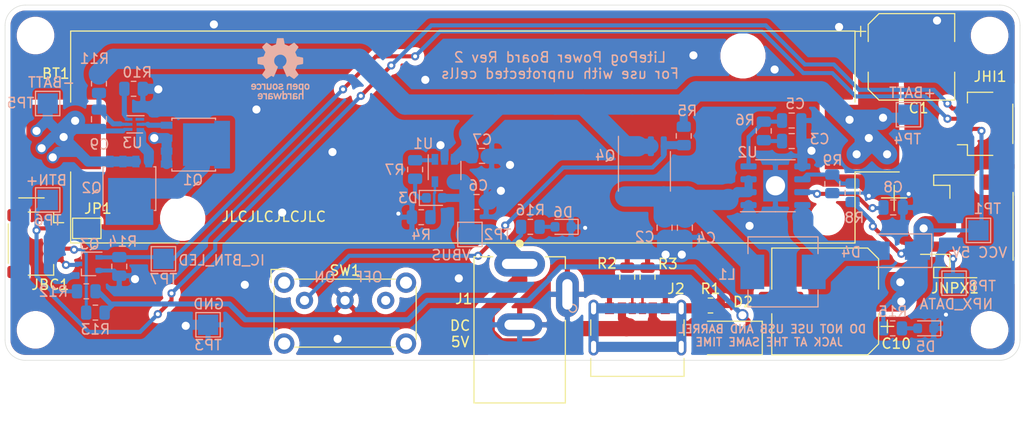
<source format=kicad_pcb>
(kicad_pcb (version 20171130) (host pcbnew "(5.1.12)-1")
  (layers (0 F.Cu signal) (31 B.Cu signal) (34 B.Paste user) (35 F.Paste user) (36 B.SilkS user) (37 F.SilkS user) (38 B.Mask user) (39 F.Mask user) (44 Edge.Cuts user))
  (net 0 "")
  (net 1 -BATT)
  (net 2 +BATT)
  (net 3 BTN-)
  (net 4 "Net-(C3-Pad2)")
  (net 5 "Net-(C5-Pad1)")
  (net 6 VBUS)
  (net 7 "Net-(C8-Pad2)")
  (net 8 "Net-(C9-Pad1)")
  (net 9 VCC)
  (net 10 "Net-(D3-Pad1)")
  (net 11 "Net-(D4-Pad2)")
  (net 12 "Net-(D5-Pad2)")
  (net 13 "Net-(D6-Pad2)")
  (net 14 "Net-(J2-PadS1)")
  (net 15 "Net-(J2-PadB5)")
  (net 16 "Net-(J2-PadA5)")
  (net 17 BTN+)
  (net 18 LED+)
  (net 19 LED-)
  (net 20 IC_BTN_LED)
  (net 21 NPX_DATA)
  (net 22 "Net-(Q1-Pad5)")
  (net 23 "Net-(Q1-Pad4)")
  (net 24 "Net-(Q2-Pad4)")
  (net 25 "Net-(R4-Pad1)")
  (net 26 "Net-(R7-Pad2)")
  (net 27 "Net-(R8-Pad1)")
  (net 28 "Net-(R10-Pad1)")
  (net 29 GND)
  (net 30 "Net-(Q4-Pad4)")
  (net 31 "Net-(C2-Pad2)")
  (module Package_TO_SOT_SMD:SOT-23-5 (layer B.Cu) (at 43.3 16.3 270)
    (fp_text reference U1 (at -2.65 2.1 180) (layer B.SilkS) (effects (justify mirror)))
    (fp_text value MCP73831T-2ATI/OT)
    (pad 5 smd rect (at 1.1 0.95 270) (size 1.06 0.65) (layers B.Cu B.Paste B.Mask) (net 25 "Net-(R4-Pad1)"))
    (pad 4 smd rect (at 1.1 -0.95 270) (size 1.06 0.65) (layers B.Cu B.Paste B.Mask) (net 6 VBUS))
    (pad 3 smd rect (at -1.1 -0.95 270) (size 1.06 0.65) (layers B.Cu B.Paste B.Mask) (net 2 +BATT))
    (pad 2 smd rect (at -1.1 0 270) (size 1.06 0.65) (layers B.Cu B.Paste B.Mask) (net 29 GND))
    (pad 1 smd rect (at -1.1 0.95 270) (size 1.06 0.65) (layers B.Cu B.Paste B.Mask) (net 26 "Net-(R7-Pad2)"))
  )
  (module Resistor_SMD:R_0805_2012Metric (layer B.Cu) (at 66.8655 12.8905 270)
    (fp_text reference R5 (at -2.4765 -0.3429 180) (layer B.SilkS) (effects (justify mirror)))
    (fp_text value 10k)
    (pad 2 smd roundrect (at 0.9125 0 270) (size 1.025 1.4) (layers B.Cu B.Paste B.Mask) (roundrect_rratio 0.2439014634146341) (net 30 "Net-(Q4-Pad4)"))
    (pad 1 smd roundrect (at -0.9125 0 270) (size 1.025 1.4) (layers B.Cu B.Paste B.Mask) (roundrect_rratio 0.2439014634146341) (net 2 +BATT))
  )
  (module Package_SO:SOIC-8_3.9x4.9mm_P1.27mm (layer B.Cu) (at 62.992 16.383 270)
    (fp_text reference Q4 (at -1.5494 3.8608 180) (layer B.SilkS) (effects (justify mirror)))
    (fp_text value IRF7404)
    (pad 8 smd roundrect (at 2.475 1.905 270) (size 1.95 0.6) (layers B.Cu B.Paste B.Mask) (net 31 "Net-(C2-Pad2)"))
    (pad 7 smd roundrect (at 2.475 0.635 270) (size 1.95 0.6) (layers B.Cu B.Paste B.Mask) (net 31 "Net-(C2-Pad2)"))
    (pad 6 smd roundrect (at 2.475 -0.635 270) (size 1.95 0.6) (layers B.Cu B.Paste B.Mask) (net 31 "Net-(C2-Pad2)"))
    (pad 5 smd roundrect (at 2.475 -1.905 270) (size 1.95 0.6) (layers B.Cu B.Paste B.Mask) (net 31 "Net-(C2-Pad2)"))
    (pad 4 smd roundrect (at -2.475 -1.905 270) (size 1.95 0.6) (layers B.Cu B.Paste B.Mask) (net 30 "Net-(Q4-Pad4)"))
    (pad 3 smd roundrect (at -2.475 -0.635 270) (size 1.95 0.6) (layers B.Cu B.Paste B.Mask) (net 2 +BATT))
    (pad 2 smd roundrect (at -2.475 0.635 270) (size 1.95 0.6) (layers B.Cu B.Paste B.Mask) (net 2 +BATT))
    (pad 1 smd roundrect (at -2.475 1.905 270) (size 1.95 0.6) (layers B.Cu B.Paste B.Mask) (net 2 +BATT))
  )
  (module Symbol:OSHW-Logo_5.7x6mm_SilkScreen (layer B.Cu) (at 27.125 6.275 180)
    (fp_text reference LOGO1 hide)
    (fp_text value Logo_Open_Hardware_Small hide)
  )
  (module Capacitor_SMD:CP_Elec_10x12.6 (layer F.Cu) (at 80.8 29.2 180)
    (fp_text reference C10 (at -7 -4.15) (layer F.SilkS))
    (fp_text value 1000u)
    (pad 2 smd roundrect (at 4.35 0 180) (size 4.4 1.9) (layers F.Cu F.Paste F.Mask) (roundrect_rratio 0.131578947368421) (net 29 GND))
    (pad 1 smd roundrect (at -4.35 0 180) (size 4.4 1.9) (layers F.Cu F.Paste F.Mask) (roundrect_rratio 0.131578947368421) (net 9 VCC))
  )
  (module Gigahawk:HSOP-8-1EP_3.9x4.9mm_P1.27mm_EP2.41x3.1mm_HandSolderThermalVia (layer B.Cu) (at 75.9 17.8)
    (fp_text reference U2 (at -2.75 -3.3) (layer B.SilkS) (effects (justify mirror)))
    (fp_text value PAM2423)
    (pad 9 thru_hole circle (at 0 0) (size 2 2) (drill 1.9) (layers *.Cu *.Mask) (net 29 GND))
    (pad 1 smd roundrect (at -2.65 1.905) (size 1.6 0.6) (layers B.Cu B.Paste B.Mask) (net 29 GND))
    (pad 2 smd roundrect (at -2.65 0.635) (size 1.6 0.6) (layers B.Cu B.Paste B.Mask) (net 31 "Net-(C2-Pad2)"))
    (pad 3 smd roundrect (at -2.65 -0.635) (size 1.6 0.6) (layers B.Cu B.Paste B.Mask) (net 31 "Net-(C2-Pad2)"))
    (pad 4 smd roundrect (at -2.65 -1.905) (size 1.6 0.6) (layers B.Cu B.Paste B.Mask) (net 5 "Net-(C5-Pad1)"))
    (pad 5 smd roundrect (at 2.65 -1.905) (size 1.6 0.6) (layers B.Cu B.Paste B.Mask) (net 29 GND))
    (pad 6 smd roundrect (at 2.65 -0.635) (size 1.6 0.6) (layers B.Cu B.Paste B.Mask) (net 27 "Net-(R8-Pad1)"))
    (pad 7 smd roundrect (at 2.65 0.635) (size 1.6 0.6) (layers B.Cu B.Paste B.Mask) (net 7 "Net-(C8-Pad2)"))
    (pad 8 smd roundrect (at 2.65 1.905) (size 1.6 0.6) (layers B.Cu B.Paste B.Mask) (net 11 "Net-(D4-Pad2)"))
    (pad 9 smd rect (at 0 0) (size 2.41 3.1) (layers B.Cu B.Mask) (net 29 GND))
  )
  (module Jumper:SolderJumper-2_P1.3mm_Bridged2Bar_Pad1.0x1.5mm (layer F.Cu) (at 8.05 22 180)
    (fp_text reference JP1 (at -1.1 1.95) (layer F.SilkS))
    (fp_text value Jumper)
    (fp_poly (pts (xy -0.25 0.2) (xy 0.25 0.2) (xy 0.25 0.6) (xy -0.25 0.6)) (layer F.Cu) (width 0))
    (fp_poly (pts (xy -0.25 -0.6) (xy 0.25 -0.6) (xy 0.25 -0.2) (xy -0.25 -0.2)) (layer F.Cu) (width 0))
    (pad 2 smd rect (at 0.65 0 180) (size 1 1.5) (layers F.Cu F.Mask) (net 3 BTN-))
    (pad 1 smd rect (at -0.65 0 180) (size 1 1.5) (layers F.Cu F.Mask) (net 29 GND))
  )
  (module Package_SON:WSON-6_1.5x1.5mm_P0.5mm (layer B.Cu) (at 12.75 11.75 180)
    (fp_text reference U3 (at 0.2 -1.825) (layer B.SilkS) (effects (justify mirror)))
    (fp_text value BQ29703DSET)
    (pad 6 smd rect (at 0.575 0.5 270) (size 0.28 0.75) (layers B.Cu B.Paste B.Mask) (net 28 "Net-(R10-Pad1)"))
    (pad 5 smd rect (at 0.575 0 270) (size 0.28 0.75) (layers B.Cu B.Paste B.Mask) (net 8 "Net-(C9-Pad1)"))
    (pad 4 smd rect (at 0.575 -0.5 270) (size 0.28 0.75) (layers B.Cu B.Paste B.Mask) (net 1 -BATT))
    (pad 3 smd rect (at -0.575 -0.5 270) (size 0.28 0.75) (layers B.Cu B.Paste B.Mask) (net 24 "Net-(Q2-Pad4)"))
    (pad 2 smd rect (at -0.575 0 270) (size 0.28 0.75) (layers B.Cu B.Paste B.Mask) (net 23 "Net-(Q1-Pad4)"))
    (pad 1 smd rect (at -0.525 0.5 270) (size 0.28 0.85) (layers B.Cu B.Paste B.Mask))
  )
  (module TestPoint:TestPoint_Pad_2.0x2.0mm (layer B.Cu) (at 93.5 27.4)
    (fp_text reference TP8 (at 2.766 0.286) (layer B.SilkS) (effects (justify mirror)))
    (fp_text value TestPoint)
    (pad 1 smd rect (at 0 0) (size 2 2) (layers B.Cu B.Mask) (net 21 NPX_DATA))
  )
  (module TestPoint:TestPoint_Pad_2.0x2.0mm (layer B.Cu) (at 15.6 25)
    (fp_text reference TP7 (at 0 1.998) (layer B.SilkS) (effects (justify mirror)))
    (fp_text value TestPoint)
    (pad 1 smd rect (at 0 0) (size 2 2) (layers B.Cu B.Mask) (net 20 IC_BTN_LED))
  )
  (module TestPoint:TestPoint_Pad_2.0x2.0mm (layer B.Cu) (at 4.2 19.2)
    (fp_text reference TP6 (at 0 1.998) (layer B.SilkS) (effects (justify mirror)))
    (fp_text value TestPoint)
    (pad 1 smd rect (at 0 0) (size 2 2) (layers B.Cu B.Mask) (net 17 BTN+))
  )
  (module TestPoint:TestPoint_Pad_2.0x2.0mm (layer B.Cu) (at 4.2 9.7)
    (fp_text reference TP5 (at -2.676 -0.048) (layer B.SilkS) (effects (justify mirror)))
    (fp_text value TestPoint)
    (pad 1 smd rect (at 0 0) (size 2 2) (layers B.Cu B.Mask) (net 1 -BATT))
  )
  (module TestPoint:TestPoint_Pad_2.0x2.0mm (layer B.Cu) (at 89 10.8)
    (fp_text reference TP4 (at -0.1 2.408) (layer B.SilkS) (effects (justify mirror)))
    (fp_text value TestPoint)
    (pad 1 smd rect (at 0 0) (size 2 2) (layers B.Cu B.Mask) (net 2 +BATT))
  )
  (module TestPoint:TestPoint_Pad_2.0x2.0mm (layer B.Cu) (at 20 31.5)
    (fp_text reference TP3 (at 0 1.998) (layer B.SilkS) (effects (justify mirror)))
    (fp_text value TestPoint)
    (pad 1 smd rect (at 0 0) (size 2 2) (layers B.Cu B.Mask) (net 29 GND))
  )
  (module TestPoint:TestPoint_Pad_2.0x2.0mm (layer B.Cu) (at 45.8 22.6)
    (fp_text reference TP2 (at 2.714 0.006) (layer B.SilkS) (effects (justify mirror)))
    (fp_text value TestPoint)
    (pad 1 smd rect (at 0 0) (size 2 2) (layers B.Cu B.Mask) (net 6 VBUS))
  )
  (module TestPoint:TestPoint_Pad_2.0x2.0mm (layer B.Cu) (at 95.9 22.2)
    (fp_text reference TP1 (at 0.874 -2.134) (layer B.SilkS) (effects (justify mirror)))
    (fp_text value TestPoint)
    (pad 1 smd rect (at 0 0) (size 2 2) (layers B.Cu B.Mask) (net 9 VCC))
  )
  (module Button_Switch_THT:SW_E-Switch_EG1224_SPDT_Angled (layer F.Cu) (at 29.5 29.1)
    (fp_text reference SW1 (at 4 -2.95) (layer F.SilkS))
    (fp_text value SW_SPST)
    (pad 3 thru_hole circle (at 8 0) (size 1.7 1.7) (drill 0.9) (layers *.Cu *.Mask))
    (pad 2 thru_hole circle (at 4 0) (size 1.7 1.7) (drill 0.9) (layers *.Cu *.Mask) (net 29 GND))
    (pad 1 thru_hole circle (at 0 0) (size 1.7 1.7) (drill 0.9) (layers *.Cu *.Mask) (net 30 "Net-(Q4-Pad4)"))
    (pad "" thru_hole circle (at -2 4.25) (size 2 2) (drill 1.2) (layers *.Cu *.Mask))
    (pad "" thru_hole circle (at 10 4.25) (size 2 2) (drill 1.2) (layers *.Cu *.Mask))
    (pad "" thru_hole circle (at 10 -1.75) (size 2 2) (drill 1.2) (layers *.Cu *.Mask))
    (pad "" thru_hole circle (at -2 -1.75) (size 2 2) (drill 1.2) (layers *.Cu *.Mask))
  )
  (module Resistor_SMD:R_0805_2012Metric (layer B.Cu) (at 51.75 21.85 180)
    (fp_text reference R16 (at 0 1.65) (layer B.SilkS) (effects (justify mirror)))
    (fp_text value 110R)
    (pad 2 smd roundrect (at 0.9125 0 180) (size 1.025 1.4) (layers B.Cu B.Paste B.Mask) (roundrect_rratio 0.2439014634146341) (net 6 VBUS))
    (pad 1 smd roundrect (at -0.9125 0 180) (size 1.025 1.4) (layers B.Cu B.Paste B.Mask) (roundrect_rratio 0.2439014634146341) (net 13 "Net-(D6-Pad2)"))
  )
  (module Resistor_SMD:R_0805_2012Metric (layer B.Cu) (at 87.45 31.85 180)
    (fp_text reference R15 (at 0 1.65) (layer B.SilkS) (effects (justify mirror)))
    (fp_text value 110R)
    (pad 2 smd roundrect (at 0.9125 0 180) (size 1.025 1.4) (layers B.Cu B.Paste B.Mask) (roundrect_rratio 0.2439014634146341) (net 9 VCC))
    (pad 1 smd roundrect (at -0.9125 0 180) (size 1.025 1.4) (layers B.Cu B.Paste B.Mask) (roundrect_rratio 0.2439014634146341) (net 12 "Net-(D5-Pad2)"))
  )
  (module Resistor_SMD:R_0805_2012Metric (layer B.Cu) (at 11.25 25.75 90)
    (fp_text reference R14 (at 2.45 0.325 180) (layer B.SilkS) (effects (justify mirror)))
    (fp_text value 10k)
    (pad 2 smd roundrect (at 0.9125 0 90) (size 1.025 1.4) (layers B.Cu B.Paste B.Mask) (roundrect_rratio 0.2439014634146341) (net 20 IC_BTN_LED))
    (pad 1 smd roundrect (at -0.9125 0 90) (size 1.025 1.4) (layers B.Cu B.Paste B.Mask) (roundrect_rratio 0.2439014634146341) (net 29 GND))
  )
  (module Resistor_SMD:R_0805_2012Metric (layer B.Cu) (at 8.9 30.3)
    (fp_text reference R13 (at 0 1.65) (layer B.SilkS) (effects (justify mirror)))
    (fp_text value 110R)
    (pad 2 smd roundrect (at 0.9125 0) (size 1.025 1.4) (layers B.Cu B.Paste B.Mask) (roundrect_rratio 0.2439014634146341) (net 9 VCC))
    (pad 1 smd roundrect (at -0.9125 0) (size 1.025 1.4) (layers B.Cu B.Paste B.Mask) (roundrect_rratio 0.2439014634146341) (net 18 LED+))
  )
  (module Resistor_SMD:R_0805_2012Metric (layer B.Cu) (at 8 28.2)
    (fp_text reference R12 (at -3.25 0.025 -180) (layer B.SilkS) (effects (justify mirror)))
    (fp_text value 10k)
    (pad 2 smd roundrect (at 0.9125 0) (size 1.025 1.4) (layers B.Cu B.Paste B.Mask) (roundrect_rratio 0.2439014634146341) (net 9 VCC))
    (pad 1 smd roundrect (at -0.9125 0) (size 1.025 1.4) (layers B.Cu B.Paste B.Mask) (roundrect_rratio 0.2439014634146341) (net 17 BTN+))
  )
  (module Resistor_SMD:R_0805_2012Metric (layer B.Cu) (at 9.25 7.75 90)
    (fp_text reference R11 (at 2.475 -0.45 180) (layer B.SilkS) (effects (justify mirror)))
    (fp_text value 330R)
    (pad 2 smd roundrect (at 0.9125 0 90) (size 1.025 1.4) (layers B.Cu B.Paste B.Mask) (roundrect_rratio 0.2439014634146341) (net 2 +BATT))
    (pad 1 smd roundrect (at -0.9125 0 90) (size 1.025 1.4) (layers B.Cu B.Paste B.Mask) (roundrect_rratio 0.2439014634146341) (net 8 "Net-(C9-Pad1)"))
  )
  (module Resistor_SMD:R_0805_2012Metric (layer B.Cu) (at 12.6625 8.25)
    (fp_text reference R10 (at 0.3625 -1.625) (layer B.SilkS) (effects (justify mirror)))
    (fp_text value 2.2k)
    (pad 2 smd roundrect (at 0.9125 0) (size 1.025 1.4) (layers B.Cu B.Paste B.Mask) (roundrect_rratio 0.2439014634146341) (net 29 GND))
    (pad 1 smd roundrect (at -0.9125 0) (size 1.025 1.4) (layers B.Cu B.Paste B.Mask) (roundrect_rratio 0.2439014634146341) (net 28 "Net-(R10-Pad1)"))
  )
  (module Resistor_SMD:R_0805_2012Metric (layer B.Cu) (at 81.5 17.6125 90)
    (fp_text reference R9 (at 2.3125 0.025 180) (layer B.SilkS) (effects (justify mirror)))
    (fp_text value 10k)
    (pad 2 smd roundrect (at 0.9125 0 90) (size 1.025 1.4) (layers B.Cu B.Paste B.Mask) (roundrect_rratio 0.2439014634146341) (net 27 "Net-(R8-Pad1)"))
    (pad 1 smd roundrect (at -0.9125 0 90) (size 1.025 1.4) (layers B.Cu B.Paste B.Mask) (roundrect_rratio 0.2439014634146341) (net 29 GND))
  )
  (module Resistor_SMD:R_0805_2012Metric (layer B.Cu) (at 83.5 18.4875 270)
    (fp_text reference R8 (at 2.4625 -0.175 180) (layer B.SilkS) (effects (justify mirror)))
    (fp_text value 30k)
    (pad 2 smd roundrect (at 0.9125 0 270) (size 1.025 1.4) (layers B.Cu B.Paste B.Mask) (roundrect_rratio 0.2439014634146341) (net 9 VCC))
    (pad 1 smd roundrect (at -0.9125 0 270) (size 1.025 1.4) (layers B.Cu B.Paste B.Mask) (roundrect_rratio 0.2439014634146341) (net 27 "Net-(R8-Pad1)"))
  )
  (module Resistor_SMD:R_0805_2012Metric (layer B.Cu) (at 40.4 16.2 90)
    (fp_text reference R7 (at -0.025 -2.025) (layer B.SilkS) (effects (justify mirror)))
    (fp_text value 110R)
    (pad 2 smd roundrect (at 0.9125 0 90) (size 1.025 1.4) (layers B.Cu B.Paste B.Mask) (roundrect_rratio 0.2439014634146341) (net 26 "Net-(R7-Pad2)"))
    (pad 1 smd roundrect (at -0.9125 0 90) (size 1.025 1.4) (layers B.Cu B.Paste B.Mask) (roundrect_rratio 0.2439014634146341) (net 10 "Net-(D3-Pad1)"))
  )
  (module Resistor_SMD:R_0805_2012Metric (layer B.Cu) (at 74.75 12.4 90)
    (fp_text reference R6 (at 1.075 -1.85 180) (layer B.SilkS) (effects (justify mirror)))
    (fp_text value 51k)
    (pad 2 smd roundrect (at 0.9125 0 90) (size 1.025 1.4) (layers B.Cu B.Paste B.Mask) (roundrect_rratio 0.2439014634146341) (net 5 "Net-(C5-Pad1)"))
    (pad 1 smd roundrect (at -0.9125 0 90) (size 1.025 1.4) (layers B.Cu B.Paste B.Mask) (roundrect_rratio 0.2439014634146341) (net 4 "Net-(C3-Pad2)"))
  )
  (module Resistor_SMD:R_0805_2012Metric (layer B.Cu) (at 41 20.9 180)
    (fp_text reference R4 (at 0 -1.725) (layer B.SilkS) (effects (justify mirror)))
    (fp_text value 2k)
    (pad 2 smd roundrect (at 0.9125 0 180) (size 1.025 1.4) (layers B.Cu B.Paste B.Mask) (roundrect_rratio 0.2439014634146341) (net 29 GND))
    (pad 1 smd roundrect (at -0.9125 0 180) (size 1.025 1.4) (layers B.Cu B.Paste B.Mask) (roundrect_rratio 0.2439014634146341) (net 25 "Net-(R4-Pad1)"))
  )
  (module Resistor_SMD:R_0805_2012Metric (layer F.Cu) (at 63.3 26.7875 90)
    (fp_text reference R3 (at 1.2875 2 180) (layer F.SilkS))
    (fp_text value 5.1k)
    (pad 2 smd roundrect (at 0.9125 0 90) (size 1.025 1.4) (layers F.Cu F.Paste F.Mask) (roundrect_rratio 0.2439014634146341) (net 29 GND))
    (pad 1 smd roundrect (at -0.9125 0 90) (size 1.025 1.4) (layers F.Cu F.Paste F.Mask) (roundrect_rratio 0.2439014634146341) (net 15 "Net-(J2-PadB5)"))
  )
  (module Resistor_SMD:R_0805_2012Metric (layer F.Cu) (at 61.3 26.7875 270)
    (fp_text reference R2 (at -1.3375 2 180) (layer F.SilkS))
    (fp_text value 5.1k)
    (pad 2 smd roundrect (at 0.9125 0 270) (size 1.025 1.4) (layers F.Cu F.Paste F.Mask) (roundrect_rratio 0.2439014634146341) (net 16 "Net-(J2-PadA5)"))
    (pad 1 smd roundrect (at -0.9125 0 270) (size 1.025 1.4) (layers F.Cu F.Paste F.Mask) (roundrect_rratio 0.2439014634146341) (net 29 GND))
  )
  (module Resistor_SMD:R_0805_2012Metric (layer F.Cu) (at 69.5 29.6)
    (fp_text reference R1 (at 0 -1.65) (layer F.SilkS))
    (fp_text value 0R)
    (pad 2 smd roundrect (at 0.9125 0) (size 1.025 1.4) (layers F.Cu F.Paste F.Mask) (roundrect_rratio 0.2439014634146341) (net 29 GND))
    (pad 1 smd roundrect (at -0.9125 0) (size 1.025 1.4) (layers F.Cu F.Paste F.Mask) (roundrect_rratio 0.2439014634146341) (net 14 "Net-(J2-PadS1)"))
  )
  (module Package_TO_SOT_SMD:SOT-323_SC-70 (layer B.Cu) (at 8.25 25.5 180)
    (fp_text reference Q3 (at -0.05 1.95) (layer B.SilkS) (effects (justify mirror)))
    (fp_text value BSS214NW)
    (pad 3 smd rect (at 1 0 270) (size 0.45 0.7) (layers B.Cu B.Paste B.Mask) (net 19 LED-))
    (pad 2 smd rect (at -1 -0.65 270) (size 0.45 0.7) (layers B.Cu B.Paste B.Mask) (net 29 GND))
    (pad 1 smd rect (at -1 0.65 270) (size 0.45 0.7) (layers B.Cu B.Paste B.Mask) (net 20 IC_BTN_LED))
  )
  (module Package_TO_SOT_SMD:LFPAK56 (layer B.Cu) (at 12.25 18.25 270)
    (fp_text reference Q2 (at -0.245 3.725 180) (layer B.SilkS) (effects (justify mirror)))
    (fp_text value PSMN6R0-25YLB)
    (pad 5 smd custom (at 0.435 0 270) (size 3.3 4.2) (layers B.Cu B.Mask) (net 22 "Net-(Q1-Pad5)") (options (clearance outline) (anchor rect)) (primitives (gr_poly (pts (xy 1.425 2.35) (xy 2.975 2.35) (xy 2.975 -2.35) (xy 1.425 -2.35)) (width 0))))
    (pad 4 smd rect (at -2.835 -1.91) (size 0.7 1.15) (layers B.Cu B.Paste B.Mask) (net 24 "Net-(Q2-Pad4)"))
    (pad 3 smd rect (at -2.835 -0.64) (size 0.7 1.15) (layers B.Cu B.Paste B.Mask) (net 1 -BATT))
    (pad 1 smd rect (at -2.835 1.91) (size 0.7 1.15) (layers B.Cu B.Paste B.Mask) (net 1 -BATT))
    (pad 2 smd rect (at -2.835 0.64) (size 0.7 1.15) (layers B.Cu B.Paste B.Mask) (net 1 -BATT))
  )
  (module Package_TO_SOT_SMD:LFPAK56 (layer B.Cu) (at 18.75 13.75)
    (fp_text reference Q1 (at -0.245 3.48) (layer B.SilkS) (effects (justify mirror)))
    (fp_text value PSMN6R0-25YLB)
    (pad 5 smd custom (at 0.435 0) (size 3.3 4.2) (layers B.Cu B.Mask) (net 22 "Net-(Q1-Pad5)") (options (clearance outline) (anchor rect)) (primitives (gr_poly (pts (xy 1.425 2.35) (xy 2.975 2.35) (xy 2.975 -2.35) (xy 1.425 -2.35)) (width 0))))
    (pad 4 smd rect (at -2.835 -1.91 90) (size 0.7 1.15) (layers B.Cu B.Paste B.Mask) (net 23 "Net-(Q1-Pad4)"))
    (pad 3 smd rect (at -2.835 -0.64 90) (size 0.7 1.15) (layers B.Cu B.Paste B.Mask) (net 29 GND))
    (pad 1 smd rect (at -2.835 1.91 90) (size 0.7 1.15) (layers B.Cu B.Paste B.Mask) (net 29 GND))
    (pad 2 smd rect (at -2.835 0.64 90) (size 0.7 1.15) (layers B.Cu B.Paste B.Mask) (net 29 GND))
  )
  (module Gigahawk:ASPI-0630LR-6R8M-T15 (layer B.Cu) (at 76.6445 26.289)
    (fp_text reference L1 (at -5.5245 0.254) (layer B.SilkS) (effects (justify mirror)))
    (fp_text value 6.8u)
    (pad 2 smd rect (at 3.025 0) (size 2.35 3.4) (layers B.Cu B.Paste B.Mask) (net 11 "Net-(D4-Pad2)"))
    (pad 1 smd rect (at -3.025 0) (size 2.35 3.4) (layers B.Cu B.Paste B.Mask) (net 31 "Net-(C2-Pad2)"))
  )
  (module Gigahawk:JST_PH_S3B-PH-SM4-TB_1x03-1MP_P2.00mm_Horizontal (layer F.Cu) (at 94.8 21.8 90)
    (fp_text reference JNPX1 (at -6.1 -1.2 180) (layer F.SilkS))
    (fp_text value Conn_01x03)
    (pad 1 smd roundrect (at -2 -2.85 90) (size 1 3.5) (layers F.Cu F.Paste F.Mask) (net 21 NPX_DATA))
    (pad 2 smd roundrect (at 0 -2.85 90) (size 1 3.5) (layers F.Cu F.Paste F.Mask) (net 9 VCC))
    (pad 3 smd roundrect (at 2 -2.85 90) (size 1 3.5) (layers F.Cu F.Paste F.Mask) (net 29 GND))
    (pad MP smd roundrect (at -4.35 2.9 90) (size 1.5 3.4) (layers F.Cu F.Paste F.Mask) (roundrect_rratio 0.1666666666666667))
    (pad MP smd roundrect (at 4.35 2.9 90) (size 1.5 3.4) (layers F.Cu F.Paste F.Mask) (roundrect_rratio 0.1666666666666667))
  )
  (module Gigahawk:JST_SH_SM04B-SRSS-TB_1x04-1MP_P1.00mm_Horizontal (layer F.Cu) (at 96.6 11.7 90)
    (fp_text reference JHI1 (at 4.65 0.45 180) (layer F.SilkS))
    (fp_text value Conn_01x04)
    (pad 1 smd roundrect (at -1.5 -2 90) (size 0.6 1.55) (layers F.Cu F.Paste F.Mask) (net 29 GND))
    (pad 2 smd roundrect (at -0.5 -2 90) (size 0.6 1.55) (layers F.Cu F.Paste F.Mask) (net 9 VCC))
    (pad 3 smd roundrect (at 0.5 -2 90) (size 0.6 1.55) (layers F.Cu F.Paste F.Mask) (net 20 IC_BTN_LED))
    (pad 4 smd roundrect (at 1.5 -2 90) (size 0.6 1.55) (layers F.Cu F.Paste F.Mask) (net 17 BTN+))
    (pad MP smd roundrect (at -2.8 1.875 90) (size 1.2 1.8) (layers F.Cu F.Paste F.Mask) (roundrect_rratio 0.2083325))
    (pad MP smd roundrect (at 2.8 1.875 90) (size 1.2 1.8) (layers F.Cu F.Paste F.Mask) (roundrect_rratio 0.2083325))
  )
  (module Gigahawk:JST_SH_SM04B-SRSS-TB_1x04-1MP_P1.00mm_Horizontal (layer F.Cu) (at 3 23.5 270)
    (fp_text reference JBC1 (at 4.05 -1.45 180) (layer F.SilkS))
    (fp_text value Conn_01x04)
    (pad 1 smd roundrect (at -1.5 -2 270) (size 0.6 1.55) (layers F.Cu F.Paste F.Mask) (net 17 BTN+))
    (pad 2 smd roundrect (at -0.5 -2 270) (size 0.6 1.55) (layers F.Cu F.Paste F.Mask) (net 3 BTN-))
    (pad 3 smd roundrect (at 0.5 -2 270) (size 0.6 1.55) (layers F.Cu F.Paste F.Mask) (net 18 LED+))
    (pad 4 smd roundrect (at 1.5 -2 270) (size 0.6 1.55) (layers F.Cu F.Paste F.Mask) (net 19 LED-))
    (pad MP smd roundrect (at -2.8 1.875 270) (size 1.2 1.8) (layers F.Cu F.Paste F.Mask) (roundrect_rratio 0.2083325))
    (pad MP smd roundrect (at 2.8 1.875 270) (size 1.2 1.8) (layers F.Cu F.Paste F.Mask) (roundrect_rratio 0.2083325))
  )
  (module Gigahawk:UJC-HP-3-SMT-TR (layer F.Cu) (at 62.3 33)
    (fp_text reference J2 (at 3.8 -5.05) (layer F.SilkS))
    (fp_text value USB_C_Receptacle_USB2.0 hide)
    (pad S1 thru_hole oval (at 4.320002 -3.124401 90) (size 1.7 1) (drill oval 1.2 0.5) (layers *.Cu *.Mask) (net 14 "Net-(J2-PadS1)"))
    (pad S1 thru_hole oval (at -4.320002 -3.124401 90) (size 1.7 1) (drill oval 1.2 0.5) (layers *.Cu *.Mask) (net 14 "Net-(J2-PadS1)"))
    (pad S1 thru_hole oval (at 4.319999 0.675599 90) (size 1.7 1) (drill oval 1.2 0.5) (layers *.Cu *.Mask) (net 14 "Net-(J2-PadS1)"))
    (pad S1 thru_hole oval (at -4.319999 0.675599 90) (size 1.7 1) (drill oval 1.2 0.5) (layers *.Cu *.Mask) (net 14 "Net-(J2-PadS1)"))
    (pad B5 smd rect (at 0.499999 -3.124401) (size 0.7112 1.143) (layers F.Cu F.Paste F.Mask) (net 15 "Net-(J2-PadB5)"))
    (pad A5 smd rect (at -0.499999 -3.124401) (size 0.7112 1.143) (layers F.Cu F.Paste F.Mask) (net 16 "Net-(J2-PadA5)"))
    (pad A9 smd rect (at 1.52 -3.124401) (size 0.8128 1.143) (layers F.Cu F.Paste F.Mask) (net 6 VBUS))
    (pad B9 smd rect (at -1.52 -3.124401) (size 0.8128 1.143) (layers F.Cu F.Paste F.Mask) (net 6 VBUS))
    (pad A12 smd rect (at 2.75 -3.124401) (size 0.889 1.143) (layers F.Cu F.Paste F.Mask) (net 29 GND))
    (pad B12 smd rect (at -2.75 -3.124401) (size 0.889 1.143) (layers F.Cu F.Paste F.Mask) (net 29 GND))
  )
  (module Gigahawk:CUI_PJ-202A (layer F.Cu) (at 50.7 32 270)
    (fp_text reference J1 (at -3.05 5.5 180) (layer F.SilkS) (effects (font (size 1.000213 1.000213))))
    (fp_text value PJ-202A)
    (pad 3 thru_hole oval (at -3.5 -4.7 270) (size 4.5 2.25) (drill oval 3 1) (layers *.Cu *.Mask) (net 29 GND))
    (pad 2 thru_hole oval (at -0.5 0 270) (size 2.25 4.5) (drill oval 1 3) (layers *.Cu *.Mask) (net 29 GND))
    (pad 1 thru_hole oval (at -6.5 0 270) (size 2.5 5) (drill oval 1 3.5) (layers *.Cu *.Mask) (net 6 VBUS))
  )
  (module MountingHole:MountingHole_2.7mm_M2.5 (layer F.Cu) (at 97 3)
    (fp_text reference H4 hide)
    (fp_text value MountingHole)
    (pad 1 np_thru_hole circle (at 0 0) (size 2.7 2.7) (drill 2.7) (layers *.Cu *.Mask))
  )
  (module MountingHole:MountingHole_2.7mm_M2.5 (layer F.Cu) (at 97 32)
    (fp_text reference H3 hide)
    (fp_text value MountingHole)
    (pad 1 np_thru_hole circle (at 0 0) (size 2.7 2.7) (drill 2.7) (layers *.Cu *.Mask))
  )
  (module MountingHole:MountingHole_2.7mm_M2.5 (layer F.Cu) (at 3 32)
    (fp_text reference H2 hide)
    (fp_text value MountingHole)
    (pad 1 np_thru_hole circle (at 0 0) (size 2.7 2.7) (drill 2.7) (layers *.Cu *.Mask))
  )
  (module MountingHole:MountingHole_2.7mm_M2.5 (layer F.Cu) (at 3 3)
    (fp_text reference H1 hide)
    (fp_text value MountingHole)
    (pad 1 np_thru_hole circle (at 0 0) (size 2.7 2.7) (drill 2.7) (layers *.Cu *.Mask))
  )
  (module LED_SMD:LED_0603_1608Metric (layer B.Cu) (at 54.973 21.85 180)
    (fp_text reference D6 (at 0 1.43) (layer B.SilkS) (effects (justify mirror)))
    (fp_text value LED)
    (pad 2 smd roundrect (at 0.7875 0 180) (size 0.875 0.95) (layers B.Cu B.Paste B.Mask) (net 13 "Net-(D6-Pad2)"))
    (pad 1 smd roundrect (at -0.7875 0 180) (size 0.875 0.95) (layers B.Cu B.Paste B.Mask) (net 29 GND))
  )
  (module LED_SMD:LED_0603_1608Metric (layer B.Cu) (at 90.7 31.85 180)
    (fp_text reference D5 (at 0 -1.805) (layer B.SilkS) (effects (justify mirror)))
    (fp_text value LED)
    (pad 2 smd roundrect (at 0.7875 0 180) (size 0.875 0.95) (layers B.Cu B.Paste B.Mask) (net 12 "Net-(D5-Pad2)"))
    (pad 1 smd roundrect (at -0.7875 0 180) (size 0.875 0.95) (layers B.Cu B.Paste B.Mask) (net 29 GND))
  )
  (module Diode_SMD:D_SMA (layer B.Cu) (at 87.9 24.2 180)
    (fp_text reference D4 (at 4.55 -0.15) (layer B.SilkS) (effects (justify mirror)))
    (fp_text value B340LA-13-F)
    (pad 2 smd rect (at 2 0 180) (size 2.5 1.8) (layers B.Cu B.Paste B.Mask) (net 11 "Net-(D4-Pad2)"))
    (pad 1 smd rect (at -2 0 180) (size 2.5 1.8) (layers B.Cu B.Paste B.Mask) (net 9 VCC))
  )
  (module LED_SMD:LED_0603_1608Metric (layer B.Cu) (at 42.3 19)
    (fp_text reference D3 (at -2.6 0 180) (layer B.SilkS) (effects (justify mirror)))
    (fp_text value LED)
    (pad 2 smd roundrect (at 0.7875 0) (size 0.875 0.95) (layers B.Cu B.Paste B.Mask) (net 6 VBUS))
    (pad 1 smd roundrect (at -0.7875 0) (size 0.875 0.95) (layers B.Cu B.Paste B.Mask) (net 10 "Net-(D3-Pad1)"))
  )
  (module Diode_SMD:D_SMA (layer F.Cu) (at 71.2 32.8 180)
    (fp_text reference D2 (at -1.5 3.55 180) (layer F.SilkS))
    (fp_text value B340LA-13-F)
    (pad 2 smd rect (at 2 0 180) (size 2.5 1.8) (layers F.Cu F.Paste F.Mask) (net 6 VBUS))
    (pad 1 smd rect (at -2 0 180) (size 2.5 1.8) (layers F.Cu F.Paste F.Mask) (net 9 VCC))
  )
  (module Capacitor_SMD:C_0805_2012Metric (layer B.Cu) (at 9.25 11.25 270)
    (fp_text reference C9 (at 2.475 -0.05 180) (layer B.SilkS) (effects (justify mirror)))
    (fp_text value 0.1u)
    (pad 2 smd roundrect (at 0.95 0 270) (size 1 1.45) (layers B.Cu B.Paste B.Mask) (net 1 -BATT))
    (pad 1 smd roundrect (at -0.95 0 270) (size 1 1.45) (layers B.Cu B.Paste B.Mask) (net 8 "Net-(C9-Pad1)"))
  )
  (module Capacitor_SMD:C_0805_2012Metric (layer B.Cu) (at 87.5005 19.939 180)
    (fp_text reference C8 (at -0.0025 2.0066) (layer B.SilkS) (effects (justify mirror)))
    (fp_text value 10n)
    (pad 2 smd roundrect (at 0.95 0 180) (size 1 1.45) (layers B.Cu B.Paste B.Mask) (net 7 "Net-(C8-Pad2)"))
    (pad 1 smd roundrect (at -0.95 0 180) (size 1 1.45) (layers B.Cu B.Paste B.Mask) (net 29 GND))
  )
  (module Capacitor_SMD:C_0805_2012Metric (layer B.Cu) (at 46.99 14.859)
    (fp_text reference C7 (at 0.025 -1.6) (layer B.SilkS) (effects (justify mirror)))
    (fp_text value 4.7u)
    (pad 2 smd roundrect (at 0.95 0) (size 1 1.45) (layers B.Cu B.Paste B.Mask) (net 29 GND))
    (pad 1 smd roundrect (at -0.95 0) (size 1 1.45) (layers B.Cu B.Paste B.Mask) (net 2 +BATT))
  )
  (module Capacitor_SMD:C_0805_2012Metric (layer B.Cu) (at 46.45 19.4)
    (fp_text reference C6 (at 0.175 -1.625) (layer B.SilkS) (effects (justify mirror)))
    (fp_text value 4.7u)
    (pad 2 smd roundrect (at 0.95 0) (size 1 1.45) (layers B.Cu B.Paste B.Mask) (net 29 GND))
    (pad 1 smd roundrect (at -0.95 0) (size 1 1.45) (layers B.Cu B.Paste B.Mask) (net 6 VBUS))
  )
  (module Capacitor_SMD:C_0805_2012Metric (layer B.Cu) (at 77.5 11.375)
    (fp_text reference C5 (at 0.35 -1.65) (layer B.SilkS) (effects (justify mirror)))
    (fp_text value 47p)
    (pad 2 smd roundrect (at 0.95 0) (size 1 1.45) (layers B.Cu B.Paste B.Mask) (net 29 GND))
    (pad 1 smd roundrect (at -0.95 0) (size 1 1.45) (layers B.Cu B.Paste B.Mask) (net 5 "Net-(C5-Pad1)"))
  )
  (module Capacitor_SMD:C_0805_2012Metric (layer B.Cu) (at 66.9765 21.9365 90)
    (fp_text reference C4 (at -1 2.1 180) (layer B.SilkS) (effects (justify mirror)))
    (fp_text value 1u)
    (pad 2 smd roundrect (at 0.95 0 90) (size 1 1.45) (layers B.Cu B.Paste B.Mask) (net 31 "Net-(C2-Pad2)"))
    (pad 1 smd roundrect (at -0.95 0 90) (size 1 1.45) (layers B.Cu B.Paste B.Mask) (net 29 GND))
  )
  (module Capacitor_SMD:C_0805_2012Metric (layer B.Cu) (at 77.5 13.4 180)
    (fp_text reference C3 (at -2.75 0.2) (layer B.SilkS) (effects (justify mirror)))
    (fp_text value 2.2n)
    (pad 2 smd roundrect (at 0.95 0 180) (size 1 1.45) (layers B.Cu B.Paste B.Mask) (net 4 "Net-(C3-Pad2)"))
    (pad 1 smd roundrect (at -0.95 0 180) (size 1 1.45) (layers B.Cu B.Paste B.Mask) (net 29 GND))
  )
  (module Capacitor_SMD:C_0805_2012Metric (layer B.Cu) (at 64.9765 21.9365 90)
    (fp_text reference C2 (at -0.9 -1.95 180) (layer B.SilkS) (effects (justify mirror)))
    (fp_text value 10u)
    (pad 2 smd roundrect (at 0.95 0 90) (size 1 1.45) (layers B.Cu B.Paste B.Mask) (net 31 "Net-(C2-Pad2)"))
    (pad 1 smd roundrect (at -0.95 0 90) (size 1 1.45) (layers B.Cu B.Paste B.Mask) (net 29 GND))
  )
  (module Capacitor_SMD:CP_Elec_8x10 (layer F.Cu) (at 89.3 5.1)
    (fp_text reference C1 (at 0.7 5.05) (layer F.SilkS))
    (fp_text value 470u)
    (pad 2 smd roundrect (at 3.25 0) (size 3.5 2.5) (layers F.Cu F.Paste F.Mask) (roundrect_rratio 0.1) (net 29 GND))
    (pad 1 smd roundrect (at -3.25 0) (size 3.5 2.5) (layers F.Cu F.Paste F.Mask) (roundrect_rratio 0.1) (net 2 +BATT))
  )
  (module Battery:BatteryHolder_Keystone_1042_1x18650 (layer F.Cu) (at 45.1 13 180)
    (fp_text reference BT1 (at 40.1 6.25) (layer F.SilkS))
    (fp_text value Battery_Cell)
    (pad "" np_thru_hole circle (at -35.93 -8 180) (size 2.39 2.39) (drill 2.39) (layers *.Cu *.Mask))
    (pad "" np_thru_hole circle (at -27.6 8 180) (size 3.45 3.45) (drill 3.45) (layers *.Cu *.Mask))
    (pad "" np_thru_hole circle (at 27.6 -8 180) (size 3.45 3.45) (drill 3.45) (layers *.Cu *.Mask))
    (pad 2 smd rect (at 39.33 0 180) (size 7.34 6.35) (layers F.Cu F.Paste F.Mask) (net 1 -BATT))
    (pad 1 smd rect (at -39.33 0 180) (size 7.34 6.35) (layers F.Cu F.Paste F.Mask) (net 2 +BATT))
  )
  (gr_text "DC\n5V" (at 44.831 32.385) (layer F.SilkS) (effects (font (size 1 1))))
  (gr_text "DO NOT USE USB AND BARREL \nJACK AT THE SAME TIME" (at 75.2856 32.5628) (layer B.SilkS) (effects (font (size 0.8 0.8)) (justify mirror)))
  (gr_text ON (at 31.496 26.797) (layer B.SilkS) (effects (font (size 1 1)) (justify mirror)))
  (gr_text OFF (at 35.814 26.797) (layer B.SilkS) (effects (font (size 1 1)) (justify mirror)))
  (gr_text -BATT (at 4.572 7.62) (layer B.SilkS) (effects (font (size 1 1)) (justify mirror)))
  (gr_text BTN+ (at 4.064 17.272) (layer B.SilkS) (effects (font (size 1 1)) (justify mirror)))
  (gr_text IC_BTN_LED (at 21.336 25.146) (layer B.SilkS) (effects (font (size 1 1)) (justify mirror)))
  (gr_text GND (at 20.066 29.464) (layer B.SilkS) (effects (font (size 1 1)) (justify mirror)))
  (gr_text VBUS (at 43.942 24.638) (layer B.SilkS) (effects (font (size 1 1)) (justify mirror)))
  (gr_text +BATT (at 89.408 8.636) (layer B.SilkS) (effects (font (size 1 1)) (justify mirror)))
  (gr_text NPX_DATA (at 93.726 29.464) (layer B.SilkS) (effects (font (size 1 1)) (justify mirror)))
  (gr_text "VCC 5V" (at 96.012 24.384) (layer B.SilkS) (effects (font (size 1 1)) (justify mirror)))
  (gr_text "LitePog Power Board Rev 2\nFor use with unprotected cells" (at 54.675 5.95) (layer B.SilkS) (effects (font (size 1 1)) (justify mirror)))
  (gr_text JLCJLCJLCJLC (at 26.475 20.85) (layer F.SilkS) (effects (font (size 1 1))))
  (gr_line (start 0 2) (end 0 33) (angle 90) (layer Edge.Cuts) (width 0.05))
  (gr_line (start 2 35) (end 98 35) (angle 90) (layer Edge.Cuts) (width 0.05))
  (gr_line (start 100 2) (end 100 33) (angle 90) (layer Edge.Cuts) (width 0.05))
  (gr_line (start 2 0) (end 98 0) (angle 90) (layer Edge.Cuts) (width 0.05))
  (gr_arc (start 2 33) (end 0 33) (angle -90) (layer Edge.Cuts) (width 0.05))
  (gr_arc (start 98 33) (end 98 35) (angle -90) (layer Edge.Cuts) (width 0.05))
  (gr_arc (start 98 2) (end 100 2) (angle -90) (layer Edge.Cuts) (width 0.05))
  (gr_arc (start 2 2) (end 2 0) (angle -90) (layer Edge.Cuts) (width 0.05))
  (segment (start 12.175 12.25) (end 11.75 12.25) (width 0.3) (layer B.Cu) (net 1))
  (segment (start 11.75 12.25) (end 11.6 12.4) (width 0.3) (layer B.Cu) (net 1))
  (segment (start 9.45 12.4) (end 9.25 12.2) (width 0.5) (layer B.Cu) (net 1))
  (segment (start 11.6 12.4) (end 9.45 12.4) (width 0.5) (layer B.Cu) (net 1))
  (segment (start 12.89 15.415) (end 11.61 15.415) (width 1) (layer B.Cu) (net 1))
  (segment (start 11.61 15.415) (end 10.34 15.415) (width 1) (layer B.Cu) (net 1))
  (segment (start 10.34 15.415) (end 8.185 15.415) (width 1) (layer B.Cu) (net 1))
  (via (at 5.77 13) (size 1.2) (drill 0.8) (layers F.Cu B.Cu) (net 1))
  (segment (start 6.57 12.2) (end 5.77 13) (width 1) (layer B.Cu) (net 1))
  (segment (start 9.25 12.2) (end 6.57 12.2) (width 1) (layer B.Cu) (net 1))
  (segment (start 4.2 11.43) (end 5.77 13) (width 1) (layer B.Cu) (net 1))
  (segment (start 4.2 9.7) (end 4.2 11.43) (width 1) (layer B.Cu) (net 1))
  (via (at 3.6 14.1) (size 1.2) (drill 0.8) (layers F.Cu B.Cu) (net 1))
  (segment (start 4.7 13) (end 3.6 14.1) (width 1) (layer B.Cu) (net 1))
  (segment (start 5.77 13) (end 4.7 13) (width 1) (layer B.Cu) (net 1))
  (segment (start 5.235 14.465) (end 4.7 15) (width 1) (layer B.Cu) (net 1))
  (segment (start 7.235 14.465) (end 5.235 14.465) (width 1) (layer B.Cu) (net 1))
  (segment (start 8.185 15.415) (end 7.235 14.465) (width 1) (layer B.Cu) (net 1))
  (via (at 4.7 15) (size 1.2) (drill 0.8) (layers F.Cu B.Cu) (net 1))
  (segment (start 7.235 14.465) (end 5.77 13) (width 1) (layer B.Cu) (net 1))
  (via (at 3.1 12.4) (size 1.2) (drill 0.8) (layers F.Cu B.Cu) (net 1))
  (segment (start 4.07 11.43) (end 3.1 12.4) (width 1) (layer B.Cu) (net 1))
  (segment (start 4.2 11.43) (end 4.07 11.43) (width 1) (layer B.Cu) (net 1))
  (via (at 6.9 11.4) (size 1.2) (drill 0.8) (layers F.Cu B.Cu) (net 1))
  (segment (start 5.77 12.53) (end 6.9 11.4) (width 2) (layer B.Cu) (net 1))
  (segment (start 5.77 13) (end 5.77 12.53) (width 2) (layer B.Cu) (net 1))
  (segment (start 9.25 6.8375) (end 9.25 6.75) (width 2) (layer B.Cu) (net 2))
  (segment (start 9.25 6.75) (end 10.7 5.3) (width 2) (layer B.Cu) (net 2))
  (segment (start 34.9 5.3) (end 39.4 9.8) (width 2) (layer B.Cu) (net 2))
  (segment (start 66.8 9.8) (end 68.1 8.5) (width 2) (layer B.Cu) (net 2))
  (segment (start 68.1 8.5) (end 80.4 8.5) (width 2) (layer B.Cu) (net 2))
  (segment (start 84.8 12.8) (end 85.1 13.1) (width 2) (layer B.Cu) (net 2))
  (via (at 85.1 13.1) (size 1.2) (drill 0.8) (layers F.Cu B.Cu) (net 2))
  (segment (start 84.7 12.8) (end 84.8 12.8) (width 2) (layer B.Cu) (net 2))
  (segment (start 86.3 11.3) (end 86.5 11.1) (width 2) (layer B.Cu) (net 2))
  (via (at 86.5 11.1) (size 1.2) (drill 0.8) (layers F.Cu B.Cu) (net 2))
  (segment (start 80.4 8.5) (end 83.2 11.3) (width 2) (layer B.Cu) (net 2))
  (segment (start 83.2 11.3) (end 86.3 11.3) (width 2) (layer B.Cu) (net 2))
  (segment (start 83.2 11.3) (end 84.7 12.8) (width 2) (layer B.Cu) (net 2))
  (via (at 83.9 14.7) (size 1.2) (drill 0.8) (layers F.Cu B.Cu) (net 2))
  (segment (start 84.7 13.9) (end 83.9 14.7) (width 2) (layer B.Cu) (net 2))
  (segment (start 84.7 12.8) (end 84.7 13.9) (width 2) (layer B.Cu) (net 2))
  (via (at 86.9 14.7) (size 1.2) (drill 0.8) (layers F.Cu B.Cu) (net 2))
  (segment (start 85.3 13.1) (end 86.9 14.7) (width 2) (layer B.Cu) (net 2))
  (segment (start 85.1 13.1) (end 85.3 13.1) (width 2) (layer B.Cu) (net 2))
  (via (at 83.2 11.3) (size 1.2) (drill 0.8) (layers F.Cu B.Cu) (net 2))
  (segment (start 88.7 11.1) (end 89 10.8) (width 1) (layer B.Cu) (net 2))
  (segment (start 86.5 11.1) (end 88.7 11.1) (width 1) (layer B.Cu) (net 2))
  (segment (start 73.25 18.435) (end 72.165 18.435) (width 1) (layer B.Cu) (net 31))
  (segment (start 72.165 18.435) (end 71.5 19.1) (width 1) (layer B.Cu) (net 31))
  (segment (start 61.8 9.8) (end 66.8 9.8) (width 2) (layer B.Cu) (net 2))
  (segment (start 71.24999 19.2) (end 71.24999 19.1) (width 2) (layer B.Cu) (net 31))
  (segment (start 86.05 11.38) (end 84.43 13) (width 4) (layer F.Cu) (net 2))
  (segment (start 86.05 5.1) (end 86.05 11.38) (width 4) (layer F.Cu) (net 2))
  (segment (start 45.7 12.7) (end 48.6 9.8) (width 2) (layer B.Cu) (net 2))
  (segment (start 39.4 9.8) (end 48.6 9.8) (width 2) (layer B.Cu) (net 2))
  (segment (start 29.5 6) (end 28.8 5.3) (width 0.4) (layer B.Cu) (net 2))
  (segment (start 28.8 5.3) (end 34.9 5.3) (width 2) (layer B.Cu) (net 2))
  (segment (start 10.7 5.3) (end 28.8 5.3) (width 2) (layer B.Cu) (net 2))
  (segment (start 66.9765 20.9865) (end 64.9765 20.9865) (width 1.5) (layer B.Cu) (net 31))
  (segment (start 67.6 19.2) (end 69.85 19.2) (width 2) (layer B.Cu) (net 31))
  (segment (start 69.85 19.2) (end 71.24999 19.2) (width 2) (layer B.Cu) (net 31))
  (segment (start 6.4 23) (end 7.4 22) (width 0.4) (layer F.Cu) (net 3))
  (segment (start 5 23) (end 6.4 23) (width 0.4) (layer F.Cu) (net 3))
  (segment (start 74.8375 13.4) (end 74.75 13.3125) (width 0.4) (layer B.Cu) (net 4))
  (segment (start 76.55 13.4) (end 74.8375 13.4) (width 0.4) (layer B.Cu) (net 4))
  (segment (start 76.4625 11.4875) (end 76.55 11.4) (width 0.4) (layer B.Cu) (net 5))
  (segment (start 74.75 11.4875) (end 76.4625 11.4875) (width 0.4) (layer B.Cu) (net 5))
  (segment (start 73.25 12.9875) (end 73.25 15.895) (width 0.4) (layer B.Cu) (net 5))
  (segment (start 74.75 11.4875) (end 73.25 12.9875) (width 0.4) (layer B.Cu) (net 5))
  (segment (start 60.78 29.875599) (end 60.78 30.88) (width 0.8) (layer F.Cu) (net 6))
  (segment (start 60.78 30.88) (end 61.1 31.2) (width 0.8) (layer F.Cu) (net 6))
  (segment (start 63.82 29.875599) (end 63.82 31.02) (width 0.8) (layer F.Cu) (net 6))
  (segment (start 69.2 32.8) (end 68.3 31.9) (width 2) (layer F.Cu) (net 6))
  (segment (start 68.3 31.9) (end 68.1 31.7) (width 2) (layer F.Cu) (net 6))
  (segment (start 68 31.6) (end 64.4 31.6) (width 1) (layer F.Cu) (net 6))
  (segment (start 64.4 31.6) (end 63.82 31.02) (width 1) (layer F.Cu) (net 6))
  (segment (start 69.2 32.8) (end 68 31.6) (width 1) (layer F.Cu) (net 6))
  (segment (start 61.5 31.6) (end 61.1 31.2) (width 1) (layer F.Cu) (net 6))
  (segment (start 64.4 31.6) (end 61.5 31.6) (width 1) (layer F.Cu) (net 6))
  (segment (start 48.715503 33.57501) (end 54.82499 33.57501) (width 1.5) (layer F.Cu) (net 6))
  (segment (start 47.49999 32.359497) (end 48.715503 33.57501) (width 1.5) (layer F.Cu) (net 6))
  (segment (start 47.49999 30.30001) (end 47.49999 32.359497) (width 1.5) (layer F.Cu) (net 6))
  (segment (start 50.7 27.1) (end 47.49999 30.30001) (width 1.5) (layer F.Cu) (net 6))
  (segment (start 50.7 25.5) (end 50.7 27.1) (width 1.5) (layer F.Cu) (net 6))
  (segment (start 61.224411 31.875589) (end 61.5 31.6) (width 1.5) (layer F.Cu) (net 6))
  (segment (start 56.524411 31.875589) (end 61.224411 31.875589) (width 1.5) (layer F.Cu) (net 6))
  (segment (start 54.82499 33.57501) (end 56.524411 31.875589) (width 1.5) (layer F.Cu) (net 6))
  (segment (start 68.275589 31.875589) (end 68.3 31.9) (width 1.5) (layer F.Cu) (net 6))
  (segment (start 61.224411 31.875589) (end 68.275589 31.875589) (width 1.5) (layer F.Cu) (net 6))
  (segment (start 45.8 22.6) (end 47.8 22.6) (width 2) (layer B.Cu) (net 6))
  (segment (start 45.8 22.6) (end 45.4 22.6) (width 2) (layer B.Cu) (net 6))
  (segment (start 44.25 17.4) (end 45.1 17.4) (width 1.5) (layer B.Cu) (net 6))
  (segment (start 45.5 17.8) (end 45.5 19.4) (width 1.5) (layer B.Cu) (net 6))
  (segment (start 45.1 17.4) (end 45.5 17.8) (width 1.5) (layer B.Cu) (net 6))
  (segment (start 45.5 22.3) (end 45.8 22.6) (width 1.5) (layer B.Cu) (net 6))
  (segment (start 45.5 19.4) (end 45.5 22.3) (width 1.5) (layer B.Cu) (net 6))
  (segment (start 45.1 19) (end 45.5 19.4) (width 0.8) (layer B.Cu) (net 6))
  (segment (start 43.0875 19) (end 45.1 19) (width 0.8) (layer B.Cu) (net 6))
  (segment (start 50.8375 21.85) (end 50.8375 22.6625) (width 0.4) (layer B.Cu) (net 6))
  (segment (start 49.35 24.15) (end 50.7 25.5) (width 2) (layer B.Cu) (net 6))
  (segment (start 50.8375 22.6625) (end 49.35 24.15) (width 0.4) (layer B.Cu) (net 6))
  (segment (start 47.8 22.6) (end 49.35 24.15) (width 2) (layer B.Cu) (net 6))
  (via (at 80 18.6) (size 0.8) (drill 0.4) (layers F.Cu B.Cu) (net 7))
  (segment (start 79.835 18.435) (end 80 18.6) (width 0.4) (layer B.Cu) (net 7))
  (segment (start 78.55 18.435) (end 79.835 18.435) (width 0.4) (layer B.Cu) (net 7))
  (segment (start 11.947121 11.740001) (end 11.640001 11.740001) (width 0.3) (layer B.Cu) (net 8))
  (segment (start 11.95712 11.75) (end 11.947121 11.740001) (width 0.3) (layer B.Cu) (net 8))
  (segment (start 12.175 11.75) (end 11.95712 11.75) (width 0.3) (layer B.Cu) (net 8))
  (segment (start 11.640001 11.740001) (end 11.540001 11.740001) (width 0.3) (layer B.Cu) (net 8))
  (segment (start 11.640001 11.740001) (end 11.440001 11.740001) (width 0.3) (layer B.Cu) (net 8))
  (segment (start 11.440001 11.740001) (end 11.3 11.6) (width 0.3) (layer B.Cu) (net 8))
  (segment (start 10.64999 11.69999) (end 11.349999 11.69999) (width 0.5) (layer B.Cu) (net 8))
  (segment (start 9.25 10.3) (end 10.64999 11.69999) (width 0.5) (layer B.Cu) (net 8))
  (segment (start 9.25 8.6625) (end 9.25 10.3) (width 0.5) (layer B.Cu) (net 8))
  (via (at 85.5 21.8) (size 0.8) (drill 0.4) (layers F.Cu B.Cu) (net 9))
  (segment (start 83.5 19.4) (end 83.5 19.8) (width 0.25) (layer B.Cu) (net 9))
  (via (at 88.3 24.5) (size 0.8) (drill 0.4) (layers F.Cu B.Cu) (net 9))
  (via (at 90.5 22) (size 1.2) (drill 0.8) (layers F.Cu B.Cu) (net 9))
  (segment (start 90.7 21.8) (end 90.5 22) (width 2) (layer F.Cu) (net 9))
  (segment (start 91.95 21.8) (end 90.7 21.8) (width 2) (layer F.Cu) (net 9))
  (segment (start 90.5 23.6) (end 89.9 24.2) (width 2) (layer B.Cu) (net 9))
  (segment (start 90.5 22) (end 90.5 23.6) (width 2) (layer B.Cu) (net 9))
  (segment (start 88.6 24.2) (end 88.3 24.5) (width 0.4) (layer B.Cu) (net 9))
  (segment (start 89.9 24.2) (end 88.6 24.2) (width 0.4) (layer B.Cu) (net 9))
  (segment (start 85.5 21.4) (end 83.5 19.4) (width 0.4) (layer B.Cu) (net 9))
  (segment (start 85.5 21.8) (end 85.5 21.4) (width 0.4) (layer B.Cu) (net 9))
  (segment (start 88.2 24.5) (end 85.5 21.8) (width 0.4) (layer F.Cu) (net 9))
  (segment (start 88.3 24.5) (end 88.2 24.5) (width 0.4) (layer F.Cu) (net 9))
  (via (at 88.2 27.3) (size 1.2) (drill 0.8) (layers F.Cu B.Cu) (net 9))
  (segment (start 89.9 25.6) (end 88.2 27.3) (width 2) (layer B.Cu) (net 9))
  (segment (start 89.9 24.2) (end 89.9 25.6) (width 2) (layer B.Cu) (net 9))
  (segment (start 87.05 27.3) (end 85.15 29.2) (width 2) (layer F.Cu) (net 9))
  (segment (start 88.2 27.3) (end 87.05 27.3) (width 2) (layer F.Cu) (net 9))
  (via (at 88.3 29.2) (size 1.2) (drill 0.8) (layers F.Cu B.Cu) (net 9))
  (segment (start 89.9 27.6) (end 88.3 29.2) (width 2) (layer B.Cu) (net 9))
  (segment (start 89.9 25.6) (end 89.9 27.6) (width 2) (layer B.Cu) (net 9))
  (segment (start 88.3 29.2) (end 85.15 29.2) (width 2) (layer F.Cu) (net 9))
  (segment (start 81.55 32.8) (end 85.15 29.2) (width 2) (layer F.Cu) (net 9))
  (segment (start 73.2 32.8) (end 81.55 32.8) (width 2) (layer F.Cu) (net 9))
  (segment (start 88.3 29.2) (end 87.3 29.2) (width 0.4) (layer B.Cu) (net 9))
  (segment (start 86.5375 29.9625) (end 86.5375 31.85) (width 0.4) (layer B.Cu) (net 9))
  (segment (start 87.3 29.2) (end 86.5375 29.9625) (width 0.4) (layer B.Cu) (net 9))
  (segment (start 90.7 22.2) (end 90.5 22) (width 0.4) (layer B.Cu) (net 9))
  (segment (start 95.9 22.2) (end 90.7 22.2) (width 0.4) (layer B.Cu) (net 9))
  (segment (start 96 12.2) (end 96.2 12.4) (width 0.4) (layer F.Cu) (net 9))
  (via (at 96.2 12.4) (size 0.8) (drill 0.4) (layers F.Cu B.Cu) (net 9))
  (segment (start 94.6 12.2) (end 96 12.2) (width 0.4) (layer F.Cu) (net 9))
  (segment (start 96.2 21.9) (end 95.9 22.2) (width 0.4) (layer B.Cu) (net 9))
  (segment (start 96.2 12.4) (end 96.2 21.9) (width 0.4) (layer B.Cu) (net 9))
  (via (at 72.65 30.55) (size 1.2) (drill 0.8) (layers F.Cu B.Cu) (net 9))
  (segment (start 73.2 31.1) (end 72.65 30.55) (width 0.5) (layer F.Cu) (net 9))
  (segment (start 73.2 32.8) (end 73.2 31.1) (width 0.5) (layer F.Cu) (net 9))
  (segment (start 22.1 29.45) (end 10.6625 29.45) (width 0.5) (layer B.Cu) (net 9))
  (segment (start 23.65 31) (end 22.1 29.45) (width 0.5) (layer B.Cu) (net 9))
  (segment (start 39.703998 31) (end 23.65 31) (width 0.5) (layer B.Cu) (net 9))
  (segment (start 41.603998 29.1) (end 39.703998 31) (width 0.5) (layer B.Cu) (net 9))
  (segment (start 53.65 27) (end 51.55 29.1) (width 0.5) (layer B.Cu) (net 9))
  (segment (start 53.65 26.8976) (end 53.65 27) (width 0.5) (layer B.Cu) (net 9))
  (segment (start 51.55 29.1) (end 41.603998 29.1) (width 0.5) (layer B.Cu) (net 9))
  (segment (start 54.74761 25.79999) (end 53.65 26.8976) (width 0.5) (layer B.Cu) (net 9))
  (segment (start 67.89999 25.79999) (end 54.74761 25.79999) (width 0.5) (layer B.Cu) (net 9))
  (segment (start 72.65 30.55) (end 67.89999 25.79999) (width 0.5) (layer B.Cu) (net 9))
  (segment (start 8.9125 28.2) (end 9.15 28.2) (width 0.5) (layer B.Cu) (net 9))
  (segment (start 9.15 28.2) (end 10.53125 29.58125) (width 0.5) (layer B.Cu) (net 9))
  (segment (start 10.53125 29.58125) (end 9.8125 30.3) (width 0.5) (layer B.Cu) (net 9))
  (segment (start 10.6625 29.45) (end 10.53125 29.58125) (width 0.5) (layer B.Cu) (net 9))
  (segment (start 41.5125 19) (end 40.8 19) (width 0.4) (layer B.Cu) (net 10))
  (segment (start 40.4 18.6) (end 40.4 17.1125) (width 0.4) (layer B.Cu) (net 10))
  (segment (start 40.8 19) (end 40.4 18.6) (width 0.4) (layer B.Cu) (net 10))
  (segment (start 78.55 19.705) (end 78.55 20.85) (width 0.4) (layer B.Cu) (net 11))
  (segment (start 78.55 20.85) (end 78.7 21) (width 0.4) (layer B.Cu) (net 11))
  (segment (start 80.685398 24.2) (end 78.634999 22.149601) (width 2) (layer B.Cu) (net 11))
  (segment (start 78.634999 20.934999) (end 78.55 20.85) (width 2) (layer B.Cu) (net 11))
  (segment (start 78.634999 22.149601) (end 78.634999 20.934999) (width 2) (layer B.Cu) (net 11))
  (segment (start 88.3625 31.85) (end 89.9125 31.85) (width 0.4) (layer B.Cu) (net 12))
  (segment (start 52.6625 21.85) (end 54.1855 21.85) (width 0.4) (layer B.Cu) (net 13))
  (segment (start 68.311901 29.875599) (end 68.5875 29.6) (width 1) (layer F.Cu) (net 14))
  (segment (start 66.620002 29.875599) (end 68.311901 29.875599) (width 1) (layer F.Cu) (net 14))
  (segment (start 57.979998 33.675596) (end 57.980001 33.675599) (width 1) (layer B.Cu) (net 14))
  (segment (start 57.979998 29.875599) (end 57.979998 33.675596) (width 1) (layer B.Cu) (net 14))
  (segment (start 66.619999 29.875602) (end 66.620002 29.875599) (width 1) (layer B.Cu) (net 14))
  (segment (start 66.619999 33.675599) (end 66.619999 29.875602) (width 1) (layer B.Cu) (net 14))
  (segment (start 57.979998 29.875599) (end 66.620002 29.875599) (width 1) (layer B.Cu) (net 14))
  (segment (start 57.980001 33.675599) (end 66.619999 33.675599) (width 1) (layer B.Cu) (net 14))
  (segment (start 62.799999 28.200001) (end 63.3 27.7) (width 0.25) (layer F.Cu) (net 15))
  (segment (start 62.799999 29.875599) (end 62.799999 28.200001) (width 0.25) (layer F.Cu) (net 15))
  (segment (start 61.800001 28.200001) (end 61.3 27.7) (width 0.25) (layer F.Cu) (net 16))
  (segment (start 61.800001 29.875599) (end 61.800001 28.200001) (width 0.25) (layer F.Cu) (net 16))
  (via (at 3.1 22.2) (size 0.8) (drill 0.4) (layers F.Cu B.Cu) (net 17))
  (segment (start 3.3 22) (end 3.1 22.2) (width 0.4) (layer F.Cu) (net 17))
  (segment (start 5 22) (end 3.3 22) (width 0.4) (layer F.Cu) (net 17))
  (segment (start 3.1 22.2) (end 3.1 26.7) (width 0.4) (layer B.Cu) (net 17))
  (segment (start 4.6 28.2) (end 3.1 26.7) (width 0.4) (layer B.Cu) (net 17))
  (segment (start 7.0875 28.2) (end 4.6 28.2) (width 0.4) (layer B.Cu) (net 17))
  (segment (start 3.1 20.3) (end 4.2 19.2) (width 0.4) (layer B.Cu) (net 17))
  (segment (start 3.1 22.2) (end 3.1 20.3) (width 0.4) (layer B.Cu) (net 17))
  (via (at 92.85 9.7) (size 0.8) (drill 0.4) (layers F.Cu B.Cu) (net 17))
  (segment (start 93.35 10.2) (end 92.85 9.7) (width 0.4) (layer F.Cu) (net 17))
  (segment (start 94.6 10.2) (end 93.35 10.2) (width 0.4) (layer F.Cu) (net 17))
  (segment (start 92.85 9.7) (end 91.5 8.35) (width 0.4) (layer B.Cu) (net 17))
  (segment (start 91.5 8.35) (end 84.15 8.35) (width 0.4) (layer B.Cu) (net 17))
  (segment (start 84.15 8.35) (end 81.65 5.85) (width 0.4) (layer B.Cu) (net 17))
  (segment (start 81.65 5.85) (end 78.8 5.85) (width 0.4) (layer B.Cu) (net 17))
  (segment (start 78.8 5.85) (end 74.94999 1.99999) (width 0.4) (layer B.Cu) (net 17))
  (segment (start 74.94999 1.99999) (end 42.25001 1.99999) (width 0.4) (layer B.Cu) (net 17))
  (via (at 38.05 5.95) (size 0.8) (drill 0.4) (layers F.Cu B.Cu) (net 17))
  (segment (start 42.00001 1.99999) (end 38.05 5.95) (width 0.4) (layer B.Cu) (net 17))
  (segment (start 42.25001 1.99999) (end 42.00001 1.99999) (width 0.4) (layer B.Cu) (net 17))
  (segment (start 38.05 5.95) (end 35.1 8.9) (width 0.4) (layer F.Cu) (net 17))
  (via (at 35.05 8.95) (size 0.8) (drill 0.4) (layers F.Cu B.Cu) (net 17))
  (segment (start 35.1 8.9) (end 35.05 8.95) (width 0.4) (layer F.Cu) (net 17))
  (segment (start 35.05 8.95) (end 20.7 23.3) (width 0.4) (layer B.Cu) (net 17))
  (via (at 16.4 28.4) (size 0.8) (drill 0.4) (layers F.Cu B.Cu) (net 17))
  (segment (start 20.7 24.1) (end 16.4 28.4) (width 0.4) (layer B.Cu) (net 17))
  (segment (start 20.7 23.3) (end 20.7 24.1) (width 0.4) (layer B.Cu) (net 17))
  (via (at 15.05 30.45) (size 0.8) (drill 0.4) (layers F.Cu B.Cu) (net 17))
  (segment (start 16.4 29.1) (end 15.05 30.45) (width 0.4) (layer F.Cu) (net 17))
  (segment (start 16.4 28.4) (end 16.4 29.1) (width 0.4) (layer F.Cu) (net 17))
  (segment (start 4.6 28.544256) (end 4.6 28.2) (width 0.4) (layer B.Cu) (net 17))
  (segment (start 8.255744 32.2) (end 4.6 28.544256) (width 0.4) (layer B.Cu) (net 17))
  (segment (start 13.3 32.2) (end 8.255744 32.2) (width 0.4) (layer B.Cu) (net 17))
  (segment (start 15.05 30.45) (end 13.3 32.2) (width 0.4) (layer B.Cu) (net 17))
  (via (at 6.8 24.1) (size 0.8) (drill 0.4) (layers F.Cu B.Cu) (net 18))
  (segment (start 6.7 24) (end 6.8 24.1) (width 0.4) (layer F.Cu) (net 18))
  (segment (start 5 24) (end 6.7 24) (width 0.4) (layer F.Cu) (net 18))
  (segment (start 7.6 24.1) (end 6.8 24.1) (width 0.3) (layer B.Cu) (net 18))
  (segment (start 8.000001 24.500001) (end 7.6 24.1) (width 0.3) (layer B.Cu) (net 18))
  (segment (start 8.000001 30.287499) (end 8.000001 24.500001) (width 0.3) (layer B.Cu) (net 18))
  (segment (start 7.9875 30.3) (end 8.000001 30.287499) (width 0.3) (layer B.Cu) (net 18))
  (segment (start 5.4 25) (end 6 25.6) (width 0.4) (layer F.Cu) (net 19))
  (via (at 6 25.6) (size 0.8) (drill 0.4) (layers F.Cu B.Cu) (net 19))
  (segment (start 5 25) (end 5.4 25) (width 0.4) (layer F.Cu) (net 19))
  (segment (start 7.15 25.6) (end 7.25 25.5) (width 0.4) (layer B.Cu) (net 19))
  (segment (start 6 25.6) (end 7.15 25.6) (width 0.4) (layer B.Cu) (net 19))
  (segment (start 11.2375 24.85) (end 11.25 24.8375) (width 0.4) (layer B.Cu) (net 20))
  (segment (start 9.25 24.85) (end 11.2375 24.85) (width 0.4) (layer B.Cu) (net 20))
  (segment (start 15.4375 24.8375) (end 15.6 25) (width 0.4) (layer B.Cu) (net 20))
  (segment (start 11.25 24.8375) (end 15.4375 24.8375) (width 0.4) (layer B.Cu) (net 20))
  (via (at 92.85 11.2) (size 0.8) (drill 0.4) (layers F.Cu B.Cu) (net 20))
  (segment (start 94.6 11.2) (end 92.85 11.2) (width 0.4) (layer F.Cu) (net 20))
  (segment (start 92.85 11.2) (end 90.65 9) (width 0.4) (layer B.Cu) (net 20))
  (segment (start 90.65 9) (end 83.8 9) (width 0.4) (layer B.Cu) (net 20))
  (segment (start 83.8 9) (end 81.5 6.7) (width 0.4) (layer B.Cu) (net 20))
  (segment (start 81.5 6.7) (end 78.65 6.7) (width 0.4) (layer B.Cu) (net 20))
  (segment (start 78.65 6.7) (end 74.55 2.6) (width 0.4) (layer B.Cu) (net 20))
  (segment (start 74.55 2.6) (end 46.45 2.6) (width 0.4) (layer B.Cu) (net 20))
  (segment (start 46.45 2.6) (end 44.5 2.6) (width 0.4) (layer B.Cu) (net 20))
  (via (at 40.4 5.05) (size 0.8) (drill 0.4) (layers F.Cu B.Cu) (net 20))
  (segment (start 42.85 2.6) (end 40.4 5.05) (width 0.4) (layer B.Cu) (net 20))
  (segment (start 44.5 2.6) (end 42.85 2.6) (width 0.4) (layer B.Cu) (net 20))
  (via (at 33.3 8.3) (size 0.8) (drill 0.4) (layers F.Cu B.Cu) (net 20))
  (segment (start 36.55 5.05) (end 33.3 8.3) (width 0.4) (layer F.Cu) (net 20))
  (segment (start 40.4 5.05) (end 36.55 5.05) (width 0.4) (layer F.Cu) (net 20))
  (segment (start 16.6 25) (end 15.6 25) (width 0.4) (layer B.Cu) (net 20))
  (segment (start 33.3 8.3) (end 16.6 25) (width 0.4) (layer B.Cu) (net 20))
  (via (at 93.4 25) (size 0.8) (drill 0.4) (layers F.Cu B.Cu) (net 21))
  (segment (start 92.2 23.8) (end 93.4 25) (width 0.4) (layer F.Cu) (net 21))
  (segment (start 91.95 23.8) (end 92.2 23.8) (width 0.4) (layer F.Cu) (net 21))
  (segment (start 93.4 27.3) (end 93.5 27.4) (width 0.4) (layer B.Cu) (net 21))
  (segment (start 93.4 25) (end 93.4 27.3) (width 0.4) (layer B.Cu) (net 21))
  (segment (start 19.185 15.85) (end 19.185 13.75) (width 2) (layer B.Cu) (net 22))
  (segment (start 16.960001 18.074999) (end 19.185 15.85) (width 2) (layer B.Cu) (net 22))
  (segment (start 12.860001 18.074999) (end 16.960001 18.074999) (width 2) (layer B.Cu) (net 22))
  (segment (start 12.25 18.685) (end 12.860001 18.074999) (width 2) (layer B.Cu) (net 22))
  (segment (start 13.559999 11.740001) (end 14.059999 11.740001) (width 0.3) (layer B.Cu) (net 23))
  (segment (start 13.55 11.75) (end 13.559999 11.740001) (width 0.3) (layer B.Cu) (net 23))
  (segment (start 13.325 11.75) (end 13.55 11.75) (width 0.3) (layer B.Cu) (net 23))
  (segment (start 14.159998 11.84) (end 14.059999 11.740001) (width 0.5) (layer B.Cu) (net 23))
  (segment (start 15.915 11.84) (end 14.159998 11.84) (width 0.5) (layer B.Cu) (net 23))
  (segment (start 13.325 12.25) (end 13.325 12.325) (width 0.3) (layer B.Cu) (net 24))
  (segment (start 13.325 12.325) (end 13.6 12.6) (width 0.3) (layer B.Cu) (net 24))
  (segment (start 14.16 14.499998) (end 13.800001 14.139999) (width 1) (layer B.Cu) (net 24))
  (segment (start 14.16 15.415) (end 14.16 14.499998) (width 1) (layer B.Cu) (net 24))
  (segment (start 13.800001 14.124003) (end 13.4 13.724002) (width 1) (layer B.Cu) (net 24))
  (segment (start 13.800001 14.139999) (end 13.800001 14.124003) (width 1) (layer B.Cu) (net 24))
  (segment (start 13.4 13.724002) (end 13.4 12.7) (width 1) (layer B.Cu) (net 24))
  (segment (start 42.27501 20.53749) (end 41.9125 20.9) (width 0.25) (layer B.Cu) (net 25))
  (segment (start 42.27501 18.568496) (end 42.27501 20.53749) (width 0.25) (layer B.Cu) (net 25))
  (segment (start 42.35 18.493506) (end 42.27501 18.568496) (width 0.25) (layer B.Cu) (net 25))
  (segment (start 42.35 17.4) (end 42.35 18.493506) (width 0.25) (layer B.Cu) (net 25))
  (segment (start 42.2625 15.2875) (end 42.35 15.2) (width 0.4) (layer B.Cu) (net 26))
  (segment (start 40.4 15.2875) (end 42.2625 15.2875) (width 0.4) (layer B.Cu) (net 26))
  (segment (start 82.375 17.575) (end 81.5 16.7) (width 0.4) (layer B.Cu) (net 27))
  (segment (start 83.5 17.575) (end 82.375 17.575) (width 0.4) (layer B.Cu) (net 27))
  (segment (start 79.015 16.7) (end 78.55 17.165) (width 0.4) (layer B.Cu) (net 27))
  (segment (start 81.5 16.7) (end 79.015 16.7) (width 0.4) (layer B.Cu) (net 27))
  (segment (start 12.175 11.25) (end 12.05 11.25) (width 0.3) (layer B.Cu) (net 28))
  (segment (start 12.05 11.25) (end 11.8 11) (width 0.3) (layer B.Cu) (net 28))
  (segment (start 11.8 11) (end 11.8 10.8) (width 0.3) (layer B.Cu) (net 28))
  (segment (start 11.75 10.75) (end 11.8 10.8) (width 0.5) (layer B.Cu) (net 28))
  (segment (start 11.75 8.25) (end 11.75 10.75) (width 0.5) (layer B.Cu) (net 28))
  (via (at 17.8 31.6) (size 1.2) (drill 0.8) (layers F.Cu B.Cu) (net 29))
  (segment (start 17.9 31.5) (end 17.8 31.6) (width 1) (layer B.Cu) (net 29))
  (segment (start 20 31.5) (end 17.9 31.5) (width 1) (layer B.Cu) (net 29))
  (segment (start 10.7375 26.15) (end 11.25 26.6625) (width 0.4) (layer B.Cu) (net 29))
  (segment (start 9.25 26.15) (end 10.7375 26.15) (width 0.4) (layer B.Cu) (net 29))
  (via (at 12.8 27) (size 1.2) (drill 0.8) (layers F.Cu B.Cu) (net 29))
  (segment (start 12.4625 26.6625) (end 12.8 27) (width 0.4) (layer B.Cu) (net 29))
  (segment (start 11.25 26.6625) (end 12.4625 26.6625) (width 0.4) (layer B.Cu) (net 29))
  (segment (start 15.915 13.11) (end 15.915 15.66) (width 1) (layer B.Cu) (net 29))
  (via (at 14.7 13.1) (size 1.2) (drill 0.8) (layers F.Cu B.Cu) (net 29))
  (segment (start 14.71 13.11) (end 14.7 13.1) (width 1) (layer B.Cu) (net 29))
  (segment (start 15.915 13.11) (end 14.71 13.11) (width 1) (layer B.Cu) (net 29))
  (via (at 15.1 8.3) (size 1.2) (drill 0.8) (layers F.Cu B.Cu) (net 29))
  (segment (start 15.05 8.25) (end 15.1 8.3) (width 1) (layer B.Cu) (net 29))
  (segment (start 13.575 8.25) (end 15.05 8.25) (width 1) (layer B.Cu) (net 29))
  (segment (start 8.7 22) (end 8.7 23.2) (width 0.8) (layer F.Cu) (net 29))
  (segment (start 8.7 22) (end 10.1 22) (width 0.8) (layer F.Cu) (net 29))
  (segment (start 8.7 22) (end 8.7 20.1) (width 0.8) (layer F.Cu) (net 29))
  (via (at 92.7 30.5) (size 0.8) (drill 0.4) (layers F.Cu B.Cu) (net 29))
  (segment (start 91.4875 31.7125) (end 92.7 30.5) (width 0.4) (layer B.Cu) (net 29))
  (segment (start 91.4875 31.85) (end 91.4875 31.7125) (width 0.4) (layer B.Cu) (net 29))
  (via (at 65.0765 24.5865) (size 1.2) (drill 0.8) (layers F.Cu B.Cu) (net 29))
  (segment (start 64.9765 24.4865) (end 65.0765 24.5865) (width 1.5) (layer B.Cu) (net 29))
  (segment (start 64.9765 22.8865) (end 64.9765 24.4865) (width 1.5) (layer B.Cu) (net 29))
  (via (at 66.6765 24.5865) (size 1.2) (drill 0.8) (layers F.Cu B.Cu) (net 29))
  (segment (start 66.9765 24.2865) (end 66.6765 24.5865) (width 1.5) (layer B.Cu) (net 29))
  (segment (start 66.9765 22.8865) (end 66.9765 24.2865) (width 1.5) (layer B.Cu) (net 29))
  (segment (start 74.4 17.8) (end 75.9 17.8) (width 2) (layer F.Cu) (net 29))
  (segment (start 75.9 17.8) (end 75.9 16.2) (width 2) (layer F.Cu) (net 29))
  (segment (start 75.9 17.8) (end 77.6 17.8) (width 2) (layer F.Cu) (net 29))
  (segment (start 75.9 17.8) (end 75.9 18.7) (width 2) (layer F.Cu) (net 29))
  (segment (start 56.979 9.8) (end 61.087 13.908) (width 2) (layer B.Cu) (net 2))
  (segment (start 54.1865 9.8) (end 56.979 9.8) (width 2) (layer B.Cu) (net 2))
  (segment (start 48.6 9.8) (end 54.1865 9.8) (width 2) (layer B.Cu) (net 2))
  (segment (start 54.1865 9.8) (end 61.8 9.8) (width 2) (layer B.Cu) (net 2))
  (segment (start 61.087 13.908) (end 62.357 13.908) (width 2) (layer B.Cu) (net 2))
  (segment (start 63.627 13.908) (end 62.357 13.908) (width 1.5) (layer B.Cu) (net 2))
  (segment (start 66.8655 9.8655) (end 66.8 9.8) (width 0.8) (layer B.Cu) (net 2))
  (segment (start 66.8655 11.978) (end 66.8655 9.8655) (width 0.8) (layer B.Cu) (net 2))
  (segment (start 45.89999 14.71899) (end 45.89999 14.859) (width 1.5) (layer B.Cu) (net 2))
  (segment (start 45.7 14.519) (end 45.89999 14.71899) (width 1.5) (layer B.Cu) (net 2))
  (segment (start 45.7 12.7) (end 45.7 14.519) (width 1.5) (layer B.Cu) (net 2))
  (segment (start 44.74101 14.859) (end 44.40001 15.2) (width 1) (layer B.Cu) (net 2))
  (segment (start 46.04 14.859) (end 44.74101 14.859) (width 1) (layer B.Cu) (net 2))
  (segment (start 45.7 13.75) (end 44.40001 15.04999) (width 1) (layer B.Cu) (net 2))
  (segment (start 44.40001 15.04999) (end 44.40001 15.2) (width 1) (layer B.Cu) (net 2))
  (segment (start 45.7 12.7) (end 45.7 13.75) (width 1) (layer B.Cu) (net 2))
  (segment (start 83.715998 18.6) (end 85.118498 20.0025) (width 0.4) (layer F.Cu) (net 7))
  (segment (start 80 18.6) (end 83.715998 18.6) (width 0.4) (layer F.Cu) (net 7))
  (via (at 85.471 20.0025) (size 0.8) (drill 0.4) (layers F.Cu B.Cu) (net 7))
  (segment (start 85.118498 20.0025) (end 85.471 20.0025) (width 0.4) (layer F.Cu) (net 7))
  (segment (start 86.487 20.0025) (end 86.5505 19.939) (width 0.4) (layer B.Cu) (net 7))
  (segment (start 85.471 20.0025) (end 86.487 20.0025) (width 0.4) (layer B.Cu) (net 7))
  (segment (start 80.2135 26.289) (end 82.3025 24.2) (width 2) (layer B.Cu) (net 11))
  (segment (start 79.6695 26.289) (end 80.2135 26.289) (width 2) (layer B.Cu) (net 11))
  (segment (start 82.3025 24.2) (end 80.685398 24.2) (width 2) (layer B.Cu) (net 11))
  (segment (start 85.9 24.2) (end 82.3025 24.2) (width 2) (layer B.Cu) (net 11))
  (segment (start 66.9765 22.8865) (end 64.9765 22.8865) (width 1.5) (layer B.Cu) (net 29))
  (segment (start 65.0765 24.5865) (end 66.6765 24.5865) (width 1.5) (layer B.Cu) (net 29))
  (segment (start 65.3765 24.4865) (end 64.9765 24.4865) (width 1.5) (layer B.Cu) (net 29))
  (segment (start 66.9765 22.8865) (end 65.3765 24.4865) (width 1.5) (layer B.Cu) (net 29))
  (segment (start 73.25 19.705) (end 73.25 20.65) (width 1) (layer B.Cu) (net 29))
  (via (at 73.35 21.75) (size 1.2) (drill 0.8) (layers F.Cu B.Cu) (net 29))
  (segment (start 73.25 21.65) (end 73.35 21.75) (width 1.5) (layer B.Cu) (net 29))
  (segment (start 73.25 20.65) (end 73.25 21.65) (width 1.5) (layer B.Cu) (net 29))
  (segment (start 78.55 13.5) (end 78.45 13.4) (width 1) (layer B.Cu) (net 29))
  (segment (start 78.55 15.895) (end 78.55 13.5) (width 1) (layer B.Cu) (net 29))
  (segment (start 78.45 11.4) (end 78.45 13.4) (width 1) (layer B.Cu) (net 29))
  (via (at 79.45 14.35) (size 1.2) (drill 0.8) (layers F.Cu B.Cu) (net 29))
  (segment (start 78.5 13.4) (end 79.45 14.35) (width 1) (layer B.Cu) (net 29))
  (segment (start 78.45 13.4) (end 78.5 13.4) (width 1) (layer B.Cu) (net 29))
  (via (at 57.15 21.95) (size 0.8) (drill 0.4) (layers F.Cu B.Cu) (net 29))
  (segment (start 57.05 21.85) (end 57.15 21.95) (width 0.4) (layer B.Cu) (net 29))
  (segment (start 55.7605 21.85) (end 57.05 21.85) (width 0.4) (layer B.Cu) (net 29))
  (via (at 48.85 18.3) (size 1.2) (drill 0.8) (layers F.Cu B.Cu) (net 29))
  (segment (start 47.75 19.4) (end 48.85 18.3) (width 1.5) (layer B.Cu) (net 29))
  (segment (start 47.4 19.4) (end 47.75 19.4) (width 1.5) (layer B.Cu) (net 29))
  (via (at 49.75 15.75) (size 1.2) (drill 0.8) (layers F.Cu B.Cu) (net 29))
  (segment (start 48.9 14.9) (end 49.75 15.75) (width 1.5) (layer B.Cu) (net 29))
  (segment (start 47.6 14.9) (end 48.9 14.9) (width 1.5) (layer B.Cu) (net 29))
  (via (at 42.9 13.8) (size 1.2) (drill 0.8) (layers F.Cu B.Cu) (net 29))
  (segment (start 43.3 14.2) (end 42.9 13.8) (width 0.8) (layer B.Cu) (net 29))
  (segment (start 43.3 15.2) (end 43.3 14.2) (width 0.8) (layer B.Cu) (net 29))
  (via (at 38.75 20.55) (size 0.8) (drill 0.4) (layers F.Cu B.Cu) (net 29))
  (segment (start 39.1 20.9) (end 38.75 20.55) (width 0.4) (layer B.Cu) (net 29))
  (segment (start 40.0875 20.9) (end 39.1 20.9) (width 0.4) (layer B.Cu) (net 29))
  (via (at 85.1 18.8) (size 0.8) (drill 0.4) (layers F.Cu B.Cu) (net 29))
  (segment (start 84.825 18.525) (end 85.1 18.8) (width 0.3) (layer B.Cu) (net 29))
  (segment (start 81.5 18.525) (end 84.825 18.525) (width 0.3) (layer B.Cu) (net 29))
  (via (at 67.818 4.953) (size 1.2) (drill 0.8) (layers F.Cu B.Cu) (net 29))
  (via (at 41.402 7.366) (size 1.2) (drill 0.8) (layers F.Cu B.Cu) (net 29))
  (via (at 27.305 20.447) (size 1.2) (drill 0.8) (layers F.Cu B.Cu) (net 29))
  (via (at 32.258 14.478) (size 1.2) (drill 0.8) (layers F.Cu B.Cu) (net 29))
  (via (at 23.622 27.559) (size 1.2) (drill 0.8) (layers F.Cu B.Cu) (net 29))
  (via (at 32.766 32.893) (size 1.2) (drill 0.8) (layers F.Cu B.Cu) (net 29))
  (via (at 44.704 26.924) (size 1.2) (drill 0.8) (layers F.Cu B.Cu) (net 29))
  (via (at 20.574 1.905) (size 1.2) (drill 0.8) (layers F.Cu B.Cu) (net 29))
  (via (at 24.765 10.287) (size 1.2) (drill 0.8) (layers F.Cu B.Cu) (net 29))
  (via (at 75.819 6.35) (size 1.2) (drill 0.8) (layers F.Cu B.Cu) (net 29))
  (via (at 82.169 2.159) (size 1.2) (drill 0.8) (layers F.Cu B.Cu) (net 29))
  (via (at 91.821 1.524) (size 1.2) (drill 0.8) (layers F.Cu B.Cu) (net 29))
  (via (at 89.027 18.6055) (size 0.8) (drill 0.4) (layers F.Cu B.Cu) (net 29))
  (segment (start 88.4505 19.182) (end 89.027 18.6055) (width 0.4) (layer B.Cu) (net 29))
  (segment (start 88.4505 19.939) (end 88.4505 19.182) (width 0.4) (layer B.Cu) (net 29))
  (segment (start 61.087 18.858) (end 62.357 18.858) (width 2) (layer B.Cu) (net 31))
  (segment (start 62.357 18.858) (end 63.627 18.858) (width 2) (layer B.Cu) (net 31))
  (segment (start 63.627 18.858) (end 64.897 18.858) (width 2) (layer B.Cu) (net 31))
  (segment (start 67.258 18.858) (end 67.6 19.2) (width 2) (layer B.Cu) (net 31))
  (segment (start 64.897 18.858) (end 67.258 18.858) (width 2) (layer B.Cu) (net 31))
  (segment (start 73.25 17.165) (end 73.25 18.435) (width 0.8) (layer B.Cu) (net 31))
  (segment (start 65.08201 13.803) (end 64.97701 13.908) (width 0.8) (layer B.Cu) (net 30))
  (segment (start 66.8655 13.803) (end 65.08201 13.803) (width 0.8) (layer B.Cu) (net 30))
  (via (at 46.609 24.7015) (size 0.8) (drill 0.4) (layers F.Cu B.Cu) (net 30))
  (segment (start 33.8985 24.7015) (end 46.609 24.7015) (width 0.4) (layer B.Cu) (net 30))
  (segment (start 29.5 29.1) (end 33.8985 24.7015) (width 0.4) (layer B.Cu) (net 30))
  (via (at 49.276 21.717) (size 0.8) (drill 0.4) (layers F.Cu B.Cu) (net 30))
  (segment (start 49.276 22.0345) (end 49.276 21.717) (width 0.4) (layer F.Cu) (net 30))
  (segment (start 46.609 24.7015) (end 49.276 22.0345) (width 0.4) (layer F.Cu) (net 30))
  (segment (start 49.276 21.717) (end 54.991 16.002) (width 0.4) (layer B.Cu) (net 30))
  (segment (start 64.897 14.883) (end 64.897 13.908) (width 0.4) (layer B.Cu) (net 30))
  (segment (start 63.778 16.002) (end 64.897 14.883) (width 0.4) (layer B.Cu) (net 30))
  (segment (start 54.991 16.002) (end 63.778 16.002) (width 0.4) (layer B.Cu) (net 30))
  (segment (start 64.897 20.85699) (end 64.9765 20.93649) (width 2) (layer B.Cu) (net 31))
  (segment (start 64.897 18.858) (end 64.897 20.85699) (width 2) (layer B.Cu) (net 31))
  (segment (start 67.02651 20.93649) (end 67.258 20.705) (width 2) (layer B.Cu) (net 31))
  (segment (start 66.97549 20.93649) (end 67.02651 20.93649) (width 2) (layer B.Cu) (net 31))
  (segment (start 64.897 18.858) (end 66.97549 20.93649) (width 2) (layer B.Cu) (net 31))
  (segment (start 73.6195 25.55) (end 67.258 19.1885) (width 2) (layer B.Cu) (net 31))
  (segment (start 73.6195 26.289) (end 73.6195 25.55) (width 2) (layer B.Cu) (net 31))
  (segment (start 67.258 19.1885) (end 67.258 18.858) (width 2) (layer B.Cu) (net 31))
  (segment (start 67.258 20.705) (end 67.258 19.1885) (width 2) (layer B.Cu) (net 31))
  (zone (net 29) (net_name GND) (layer F.Cu) (connect_pads (clearance 0.508)) (min_thickness 0.254) (fill yes (arc_segments 32) (thermal_gap 0.508) (thermal_bridge_width 0.508))
    (polygon (pts (xy 100.4 35.4) (xy -0.4 35.4) (xy -0.5 -0.5) (xy 100.4 -0.4)))
  )
  (zone (net 29) (net_name GND) (layer B.Cu) (connect_pads (clearance 0.508)) (min_thickness 0.254) (fill yes (arc_segments 32) (thermal_gap 0.508) (thermal_bridge_width 0.508))
    (polygon (pts (xy 100.4 35.4) (xy -0.4 35.4) (xy -0.5 -0.5) (xy 100.4 -0.4)))
  )
)
</source>
